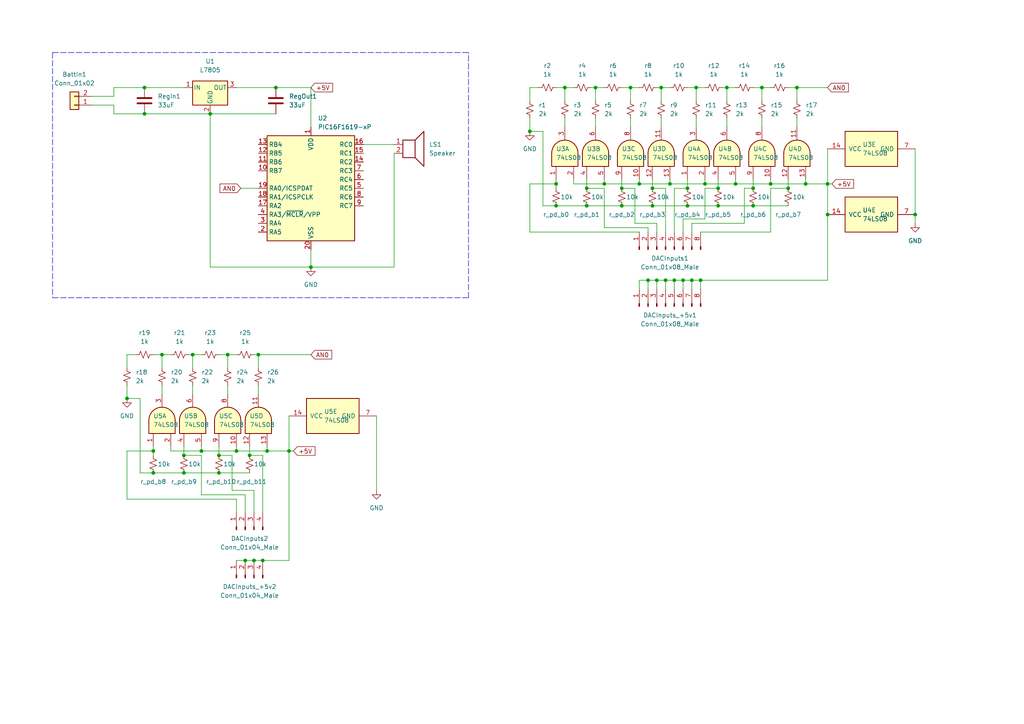
<source format=kicad_sch>
(kicad_sch (version 20211123) (generator eeschema)
  (paper "A4")
  (title_block (date "2022-03-13"))
  (lib_symbols
    (symbol "74xx:74LS08" (pin_names (offset 1.016))
      (property "Reference" "U" (at 0 1.27 0))
      (property "Value" "74LS08" (at 0 -1.27 0))
      (symbol "74LS08_1_1"
        (arc (start 0 -3.81) (mid 3.81 0) (end 0 3.81) (stroke (width 0.254)) (fill (type background)))
        (polyline (pts (xy 0 3.81) (xy -3.81 3.81) (xy -3.81 -3.81) (xy 0 -3.81)) (stroke (width 0.254)) (fill (type background)))
        (pin input line (at -7.62 2.54 0) (length 3.81) (name "~") (number "1"))
        (pin input line (at -7.62 -2.54 0) (length 3.81) (name "~") (number "2"))
        (pin output line (at 7.62 0 180) (length 3.81) (name "~") (number "3"))
      )
      (symbol "74LS08_1_2"
        (arc (start -3.81 -3.81) (mid -2.589 0) (end -3.81 3.81) (stroke (width 0.254)))
        (arc (start -0.6096 -3.81) (mid 2.1855 -2.584) (end 3.81 0) (stroke (width 0.254)) (fill (type background)))
        (polyline (pts (xy -3.81 -3.81) (xy -0.635 -3.81)) (stroke (width 0.254)) (fill (type background)))
        (polyline (pts (xy -3.81 3.81) (xy -0.635 3.81)) (stroke (width 0.254)) (fill (type background)))
        (polyline (pts (xy -0.635 3.81) (xy -3.81 3.81) (xy -3.81 3.81) (xy -3.556 3.4036) (xy -3.0226 2.2606) (xy -2.6924 1.0414) (xy -2.6162 -0.254) (xy -2.7686 -1.4986) (xy -3.175 -2.7178) (xy -3.81 -3.81) (xy -3.81 -3.81) (xy -0.635 -3.81)) (stroke (width -25.4)) (fill (type background)))
        (arc (start 3.81 0) (mid 2.1928 2.5925) (end -0.6096 3.81) (stroke (width 0.254)) (fill (type background)))
        (pin input inverted (at -7.62 2.54 0) (length 4.318) (name "~") (number "1"))
        (pin input inverted (at -7.62 -2.54 0) (length 4.318) (name "~") (number "2"))
        (pin output inverted (at 7.62 0 180) (length 3.81) (name "~") (number "3"))
      )
      (symbol "74LS08_2_1"
        (arc (start 0 -3.81) (mid 3.81 0) (end 0 3.81) (stroke (width 0.254)) (fill (type background)))
        (polyline (pts (xy 0 3.81) (xy -3.81 3.81) (xy -3.81 -3.81) (xy 0 -3.81)) (stroke (width 0.254)) (fill (type background)))
        (pin input line (at -7.62 2.54 0) (length 3.81) (name "~") (number "4"))
        (pin input line (at -7.62 -2.54 0) (length 3.81) (name "~") (number "5"))
        (pin output line (at 7.62 0 180) (length 3.81) (name "~") (number "6"))
      )
      (symbol "74LS08_2_2"
        (arc (start -3.81 -3.81) (mid -2.589 0) (end -3.81 3.81) (stroke (width 0.254)))
        (arc (start -0.6096 -3.81) (mid 2.1855 -2.584) (end 3.81 0) (stroke (width 0.254)) (fill (type background)))
        (polyline (pts (xy -3.81 -3.81) (xy -0.635 -3.81)) (stroke (width 0.254)) (fill (type background)))
        (polyline (pts (xy -3.81 3.81) (xy -0.635 3.81)) (stroke (width 0.254)) (fill (type background)))
        (polyline (pts (xy -0.635 3.81) (xy -3.81 3.81) (xy -3.81 3.81) (xy -3.556 3.4036) (xy -3.0226 2.2606) (xy -2.6924 1.0414) (xy -2.6162 -0.254) (xy -2.7686 -1.4986) (xy -3.175 -2.7178) (xy -3.81 -3.81) (xy -3.81 -3.81) (xy -0.635 -3.81)) (stroke (width -25.4)) (fill (type background)))
        (arc (start 3.81 0) (mid 2.1928 2.5925) (end -0.6096 3.81) (stroke (width 0.254)) (fill (type background)))
        (pin input inverted (at -7.62 2.54 0) (length 4.318) (name "~") (number "4"))
        (pin input inverted (at -7.62 -2.54 0) (length 4.318) (name "~") (number "5"))
        (pin output inverted (at 7.62 0 180) (length 3.81) (name "~") (number "6"))
      )
      (symbol "74LS08_3_1"
        (arc (start 0 -3.81) (mid 3.81 0) (end 0 3.81) (stroke (width 0.254)) (fill (type background)))
        (polyline (pts (xy 0 3.81) (xy -3.81 3.81) (xy -3.81 -3.81) (xy 0 -3.81)) (stroke (width 0.254)) (fill (type background)))
        (pin input line (at -7.62 -2.54 0) (length 3.81) (name "~") (number "10"))
        (pin output line (at 7.62 0 180) (length 3.81) (name "~") (number "8"))
        (pin input line (at -7.62 2.54 0) (length 3.81) (name "~") (number "9"))
      )
      (symbol "74LS08_3_2"
        (arc (start -3.81 -3.81) (mid -2.589 0) (end -3.81 3.81) (stroke (width 0.254)))
        (arc (start -0.6096 -3.81) (mid 2.1855 -2.584) (end 3.81 0) (stroke (width 0.254)) (fill (type background)))
        (polyline (pts (xy -3.81 -3.81) (xy -0.635 -3.81)) (stroke (width 0.254)) (fill (type background)))
        (polyline (pts (xy -3.81 3.81) (xy -0.635 3.81)) (stroke (width 0.254)) (fill (type background)))
        (polyline (pts (xy -0.635 3.81) (xy -3.81 3.81) (xy -3.81 3.81) (xy -3.556 3.4036) (xy -3.0226 2.2606) (xy -2.6924 1.0414) (xy -2.6162 -0.254) (xy -2.7686 -1.4986) (xy -3.175 -2.7178) (xy -3.81 -3.81) (xy -3.81 -3.81) (xy -0.635 -3.81)) (stroke (width -25.4)) (fill (type background)))
        (arc (start 3.81 0) (mid 2.1928 2.5925) (end -0.6096 3.81) (stroke (width 0.254)) (fill (type background)))
        (pin input inverted (at -7.62 -2.54 0) (length 4.318) (name "~") (number "10"))
        (pin output inverted (at 7.62 0 180) (length 3.81) (name "~") (number "8"))
        (pin input inverted (at -7.62 2.54 0) (length 4.318) (name "~") (number "9"))
      )
      (symbol "74LS08_4_1"
        (arc (start 0 -3.81) (mid 3.81 0) (end 0 3.81) (stroke (width 0.254)) (fill (type background)))
        (polyline (pts (xy 0 3.81) (xy -3.81 3.81) (xy -3.81 -3.81) (xy 0 -3.81)) (stroke (width 0.254)) (fill (type background)))
        (pin output line (at 7.62 0 180) (length 3.81) (name "~") (number "11"))
        (pin input line (at -7.62 2.54 0) (length 3.81) (name "~") (number "12"))
        (pin input line (at -7.62 -2.54 0) (length 3.81) (name "~") (number "13"))
      )
      (symbol "74LS08_4_2"
        (arc (start -3.81 -3.81) (mid -2.589 0) (end -3.81 3.81) (stroke (width 0.254)))
        (arc (start -0.6096 -3.81) (mid 2.1855 -2.584) (end 3.81 0) (stroke (width 0.254)) (fill (type background)))
        (polyline (pts (xy -3.81 -3.81) (xy -0.635 -3.81)) (stroke (width 0.254)) (fill (type background)))
        (polyline (pts (xy -3.81 3.81) (xy -0.635 3.81)) (stroke (width 0.254)) (fill (type background)))
        (polyline (pts (xy -0.635 3.81) (xy -3.81 3.81) (xy -3.81 3.81) (xy -3.556 3.4036) (xy -3.0226 2.2606) (xy -2.6924 1.0414) (xy -2.6162 -0.254) (xy -2.7686 -1.4986) (xy -3.175 -2.7178) (xy -3.81 -3.81) (xy -3.81 -3.81) (xy -0.635 -3.81)) (stroke (width -25.4)) (fill (type background)))
        (arc (start 3.81 0) (mid 2.1928 2.5925) (end -0.6096 3.81) (stroke (width 0.254)) (fill (type background)))
        (pin output inverted (at 7.62 0 180) (length 3.81) (name "~") (number "11"))
        (pin input inverted (at -7.62 2.54 0) (length 4.318) (name "~") (number "12"))
        (pin input inverted (at -7.62 -2.54 0) (length 4.318) (name "~") (number "13"))
      )
      (symbol "74LS08_5_0"
        (pin power_in line (at 0 12.7 270) (length 5.08) (name "VCC") (number "14"))
        (pin power_in line (at 0 -12.7 90) (length 5.08) (name "GND") (number "7"))
      )
      (symbol "74LS08_5_1"
        (rectangle (start -5.08 7.62) (end 5.08 -7.62) (stroke (width 0.254)) (fill (type background)))
      )
    )
    (symbol "Connector:Conn_01x04_Male" (pin_names (offset 1.016) hide)
      (property "Reference" "J" (at 0 5.08 0))
      (property "Value" "Conn_01x04_Male" (at 0 -7.62 0))
      (symbol "Conn_01x04_Male_1_1"
        (polyline (pts (xy 1.27 -5.08) (xy 0.8636 -5.08)) (stroke (width 0.1524)))
        (polyline (pts (xy 1.27 -2.54) (xy 0.8636 -2.54)) (stroke (width 0.1524)))
        (polyline (pts (xy 1.27 0) (xy 0.8636 0)) (stroke (width 0.1524)))
        (polyline (pts (xy 1.27 2.54) (xy 0.8636 2.54)) (stroke (width 0.1524)))
        (rectangle (start 0.8636 -4.953) (end 0 -5.207) (stroke (width 0.1524)) (fill (type outline)))
        (rectangle (start 0.8636 -2.413) (end 0 -2.667) (stroke (width 0.1524)) (fill (type outline)))
        (rectangle (start 0.8636 0.127) (end 0 -0.127) (stroke (width 0.1524)) (fill (type outline)))
        (rectangle (start 0.8636 2.667) (end 0 2.413) (stroke (width 0.1524)) (fill (type outline)))
        (pin passive line (at 5.08 2.54 180) (length 3.81) (name "Pin_1") (number "1"))
        (pin passive line (at 5.08 0 180) (length 3.81) (name "Pin_2") (number "2"))
        (pin passive line (at 5.08 -2.54 180) (length 3.81) (name "Pin_3") (number "3"))
        (pin passive line (at 5.08 -5.08 180) (length 3.81) (name "Pin_4") (number "4"))
      )
    )
    (symbol "Connector:Conn_01x08_Male" (pin_names (offset 1.016) hide)
      (property "Reference" "J" (at 0 10.16 0))
      (property "Value" "Conn_01x08_Male" (at 0 -12.7 0))
      (symbol "Conn_01x08_Male_1_1"
        (polyline (pts (xy 1.27 -10.16) (xy 0.8636 -10.16)) (stroke (width 0.1524)))
        (polyline (pts (xy 1.27 -7.62) (xy 0.8636 -7.62)) (stroke (width 0.1524)))
        (polyline (pts (xy 1.27 -5.08) (xy 0.8636 -5.08)) (stroke (width 0.1524)))
        (polyline (pts (xy 1.27 -2.54) (xy 0.8636 -2.54)) (stroke (width 0.1524)))
        (polyline (pts (xy 1.27 0) (xy 0.8636 0)) (stroke (width 0.1524)))
        (polyline (pts (xy 1.27 2.54) (xy 0.8636 2.54)) (stroke (width 0.1524)))
        (polyline (pts (xy 1.27 5.08) (xy 0.8636 5.08)) (stroke (width 0.1524)))
        (polyline (pts (xy 1.27 7.62) (xy 0.8636 7.62)) (stroke (width 0.1524)))
        (rectangle (start 0.8636 -10.033) (end 0 -10.287) (stroke (width 0.1524)) (fill (type outline)))
        (rectangle (start 0.8636 -7.493) (end 0 -7.747) (stroke (width 0.1524)) (fill (type outline)))
        (rectangle (start 0.8636 -4.953) (end 0 -5.207) (stroke (width 0.1524)) (fill (type outline)))
        (rectangle (start 0.8636 -2.413) (end 0 -2.667) (stroke (width 0.1524)) (fill (type outline)))
        (rectangle (start 0.8636 0.127) (end 0 -0.127) (stroke (width 0.1524)) (fill (type outline)))
        (rectangle (start 0.8636 2.667) (end 0 2.413) (stroke (width 0.1524)) (fill (type outline)))
        (rectangle (start 0.8636 5.207) (end 0 4.953) (stroke (width 0.1524)) (fill (type outline)))
        (rectangle (start 0.8636 7.747) (end 0 7.493) (stroke (width 0.1524)) (fill (type outline)))
        (pin passive line (at 5.08 7.62 180) (length 3.81) (name "Pin_1") (number "1"))
        (pin passive line (at 5.08 5.08 180) (length 3.81) (name "Pin_2") (number "2"))
        (pin passive line (at 5.08 2.54 180) (length 3.81) (name "Pin_3") (number "3"))
        (pin passive line (at 5.08 0 180) (length 3.81) (name "Pin_4") (number "4"))
        (pin passive line (at 5.08 -2.54 180) (length 3.81) (name "Pin_5") (number "5"))
        (pin passive line (at 5.08 -5.08 180) (length 3.81) (name "Pin_6") (number "6"))
        (pin passive line (at 5.08 -7.62 180) (length 3.81) (name "Pin_7") (number "7"))
        (pin passive line (at 5.08 -10.16 180) (length 3.81) (name "Pin_8") (number "8"))
      )
    )
    (symbol "Connector_Generic:Conn_01x02" (pin_names (offset 1.016) hide)
      (property "Reference" "J" (at 0 2.54 0))
      (property "Value" "Conn_01x02" (at 0 -5.08 0))
      (symbol "Conn_01x02_1_1"
        (rectangle (start -1.27 -2.413) (end 0 -2.667) (stroke (width 0.1524)))
        (rectangle (start -1.27 0.127) (end 0 -0.127) (stroke (width 0.1524)))
        (rectangle (start -1.27 1.27) (end 1.27 -3.81) (stroke (width 0.254)) (fill (type background)))
        (pin passive line (at -5.08 0 0) (length 3.81) (name "Pin_1") (number "1"))
        (pin passive line (at -5.08 -2.54 0) (length 3.81) (name "Pin_2") (number "2"))
      )
    )
    (symbol "Device:C" (pin_numbers hide) (pin_names (offset 0.254))
      (property "Reference" "C" (at 0.635 2.54 0))
      (property "Value" "C" (at 0.635 -2.54 0))
      (symbol "C_0_1"
        (polyline (pts (xy -2.032 -0.762) (xy 2.032 -0.762)) (stroke (width 0.508)))
        (polyline (pts (xy -2.032 0.762) (xy 2.032 0.762)) (stroke (width 0.508)))
      )
      (symbol "C_1_1"
        (pin passive line (at 0 3.81 270) (length 2.794) (name "~") (number "1"))
        (pin passive line (at 0 -3.81 90) (length 2.794) (name "~") (number "2"))
      )
    )
    (symbol "Device:R_Small_US" (pin_numbers hide) (pin_names (offset 0.254) hide)
      (property "Reference" "R" (at 0.762 0.508 0))
      (property "Value" "R_Small_US" (at 0.762 -1.016 0))
      (symbol "R_Small_US_1_1"
        (polyline (pts (xy 0 0) (xy 1.016 -0.381) (xy 0 -0.762) (xy -1.016 -1.143) (xy 0 -1.524)))
        (polyline (pts (xy 0 1.524) (xy 1.016 1.143) (xy 0 0.762) (xy -1.016 0.381) (xy 0 0)))
        (pin passive line (at 0 2.54 270) (length 1.016) (name "~") (number "1"))
        (pin passive line (at 0 -2.54 90) (length 1.016) (name "~") (number "2"))
      )
    )
    (symbol "Device:Speaker" (pin_names (offset 0) hide)
      (property "Reference" "LS" (at 1.27 5.715 0))
      (property "Value" "Speaker" (at 1.27 3.81 0))
      (symbol "Speaker_0_0"
        (rectangle (start -2.54 1.27) (end 1.016 -3.81) (stroke (width 0.254)))
        (polyline (pts (xy 1.016 1.27) (xy 3.556 3.81) (xy 3.556 -6.35) (xy 1.016 -3.81)) (stroke (width 0.254)))
      )
      (symbol "Speaker_1_1"
        (pin input line (at -5.08 0 0) (length 2.54) (name "1") (number "1"))
        (pin input line (at -5.08 -2.54 0) (length 2.54) (name "2") (number "2"))
      )
    )
    (symbol "MCU_Microchip_PIC16:PIC16F1619-xP"
      (property "Reference" "U" (at 1.27 19.05 0))
      (property "Value" "PIC16F1619-xP" (at 1.27 16.51 0))
      (symbol "PIC16F1619-xP_0_1"
        (rectangle (start -12.7 15.24) (end 12.7 -15.24) (stroke (width 0.254)) (fill (type background)))
      )
      (symbol "PIC16F1619-xP_1_1"
        (pin power_in line (at 0 17.78 270) (length 2.54) (name "VDD") (number "1"))
        (pin bidirectional line (at -15.24 5.08 0) (length 2.54) (name "RB7") (number "10"))
        (pin bidirectional line (at -15.24 7.62 0) (length 2.54) (name "RB6") (number "11"))
        (pin bidirectional line (at -15.24 10.16 0) (length 2.54) (name "RB5") (number "12"))
        (pin bidirectional line (at -15.24 12.7 0) (length 2.54) (name "RB4") (number "13"))
        (pin bidirectional line (at 15.24 7.62 180) (length 2.54) (name "RC2") (number "14"))
        (pin bidirectional line (at 15.24 10.16 180) (length 2.54) (name "RC1") (number "15"))
        (pin bidirectional line (at 15.24 12.7 180) (length 2.54) (name "RC0") (number "16"))
        (pin bidirectional line (at -15.24 -5.08 0) (length 2.54) (name "RA2") (number "17"))
        (pin bidirectional line (at -15.24 -2.54 0) (length 2.54) (name "RA1/ICSPCLK") (number "18"))
        (pin bidirectional line (at -15.24 0 0) (length 2.54) (name "RA0/ICSPDAT") (number "19"))
        (pin bidirectional line (at -15.24 -12.7 0) (length 2.54) (name "RA5") (number "2"))
        (pin power_in line (at 0 -17.78 90) (length 2.54) (name "VSS") (number "20"))
        (pin bidirectional line (at -15.24 -10.16 0) (length 2.54) (name "RA4") (number "3"))
        (pin bidirectional line (at -15.24 -7.62 0) (length 2.54) (name "RA3/~{MCLR}/VPP") (number "4"))
        (pin bidirectional line (at 15.24 0 180) (length 2.54) (name "RC5") (number "5"))
        (pin bidirectional line (at 15.24 2.54 180) (length 2.54) (name "RC4") (number "6"))
        (pin bidirectional line (at 15.24 5.08 180) (length 2.54) (name "RC3") (number "7"))
        (pin bidirectional line (at 15.24 -2.54 180) (length 2.54) (name "RC6") (number "8"))
        (pin bidirectional line (at 15.24 -5.08 180) (length 2.54) (name "RC7") (number "9"))
      )
    )
    (symbol "Regulator_Linear:L7805" (pin_names (offset 0.254))
      (property "Reference" "U" (at -3.81 3.175 0))
      (property "Value" "L7805" (at 0 3.175 0))
      (symbol "L7805_0_1"
        (rectangle (start -5.08 1.905) (end 5.08 -5.08) (stroke (width 0.254)) (fill (type background)))
      )
      (symbol "L7805_1_1"
        (pin power_in line (at -7.62 0 0) (length 2.54) (name "IN") (number "1"))
        (pin power_in line (at 0 -7.62 90) (length 2.54) (name "GND") (number "2"))
        (pin power_out line (at 7.62 0 180) (length 2.54) (name "OUT") (number "3"))
      )
    )
    (symbol "power:GND" (power) (pin_names (offset 0))
      (property "Value" "GND" (at 0 -3.81 0))
      (symbol "GND_0_1"
        (polyline (pts (xy 0 0) (xy 0 -1.27) (xy 1.27 -1.27) (xy 0 -2.54) (xy -1.27 -1.27) (xy 0 -1.27)))
      )
      (symbol "GND_1_1"
        (pin power_in line (at 0 0 270) (length 0) hide (name "GND") (number "1"))
      )
    )
  )
  (junction (at 73.66 162.56))
  (junction (at 90.17 77.47))
  (junction (at 41.91 25.4))
  (junction (at 182.88 25.4))
  (junction (at 240.03 53.34))
  (junction (at 185.42 53.34))
  (junction (at 189.23 59.69))
  (junction (at 58.42 130.81))
  (junction (at 63.5 137.16))
  (junction (at 218.44 54.61))
  (junction (at 172.72 25.4))
  (junction (at 72.39 132.08))
  (junction (at 194.31 53.34))
  (junction (at 208.28 59.69))
  (junction (at 201.93 25.4))
  (junction (at 46.99 102.87))
  (junction (at 228.6 54.61))
  (junction (at 170.18 59.69))
  (junction (at 204.47 53.34))
  (junction (at 44.45 130.81))
  (junction (at 189.23 54.61))
  (junction (at 180.34 59.69))
  (junction (at 55.88 102.87))
  (junction (at 200.66 81.28))
  (junction (at 203.2 81.28))
  (junction (at 41.91 33.02))
  (junction (at 76.2 162.56))
  (junction (at 170.18 54.61))
  (junction (at 233.68 53.34))
  (junction (at 198.12 81.28))
  (junction (at 83.82 130.81))
  (junction (at 199.39 59.69))
  (junction (at 199.39 54.61))
  (junction (at 36.83 115.57))
  (junction (at 195.58 81.28))
  (junction (at 220.98 25.4))
  (junction (at 265.43 62.23))
  (junction (at 218.44 59.69))
  (junction (at 77.47 130.81))
  (junction (at 153.67 38.1))
  (junction (at 161.29 59.69))
  (junction (at 240.03 62.23))
  (junction (at 44.45 137.16))
  (junction (at 191.77 25.4))
  (junction (at 60.96 33.02))
  (junction (at 68.58 130.81))
  (junction (at 180.34 54.61))
  (junction (at 213.36 53.34))
  (junction (at 223.52 53.34))
  (junction (at 208.28 54.61))
  (junction (at 80.01 25.4))
  (junction (at 190.5 81.28))
  (junction (at 187.96 81.28))
  (junction (at 193.04 81.28))
  (junction (at 71.12 162.56))
  (junction (at 175.26 53.34))
  (junction (at 231.14 25.4))
  (junction (at 53.34 137.16))
  (junction (at 74.93 102.87))
  (junction (at 161.29 53.34))
  (junction (at 53.34 132.08))
  (junction (at 163.83 25.4))
  (junction (at 63.5 132.08))
  (junction (at 210.82 25.4))
  (junction (at 66.04 102.87))
  (wire (pts (xy 156.21 25.4) (xy 153.67 25.4)))
  (wire (pts (xy 90.17 25.4) (xy 80.01 25.4)))
  (wire (pts (xy 163.83 34.29) (xy 163.83 36.83)))
  (wire (pts (xy 194.31 53.34) (xy 204.47 53.34)))
  (wire (pts (xy 193.04 81.28) (xy 195.58 81.28)))
  (wire (pts (xy 175.26 66.04) (xy 175.26 54.61)))
  (wire (pts (xy 153.67 67.31) (xy 185.42 67.31)))
  (wire (pts (xy 41.91 33.02) (xy 60.96 33.02)))
  (wire (pts (xy 161.29 25.4) (xy 163.83 25.4)))
  (wire (pts (xy 26.67 27.94) (xy 33.02 27.94)))
  (wire (pts (xy 215.9 54.61) (xy 215.9 64.77)))
  (wire (pts (xy 240.03 53.34) (xy 240.03 62.23)))
  (wire (pts (xy 187.96 66.04) (xy 175.26 66.04)))
  (wire (pts (xy 44.45 102.87) (xy 46.99 102.87)))
  (wire (pts (xy 191.77 25.4) (xy 191.77 29.21)))
  (wire (pts (xy 60.96 77.47) (xy 90.17 77.47)))
  (wire (pts (xy 231.14 34.29) (xy 231.14 36.83)))
  (wire (pts (xy 190.5 64.77) (xy 184.15 64.77)))
  (wire (pts (xy 175.26 53.34) (xy 185.42 53.34)))
  (wire (pts (xy 33.02 25.4) (xy 33.02 27.94)))
  (wire (pts (xy 85.09 130.81) (xy 83.82 130.81)))
  (wire (pts (xy 68.58 25.4) (xy 80.01 25.4)))
  (wire (pts (xy 40.64 115.57) (xy 36.83 115.57)))
  (wire (pts (xy 200.66 64.77) (xy 215.9 64.77)))
  (wire (pts (xy 204.47 52.07) (xy 204.47 53.34)))
  (wire (pts (xy 223.52 67.31) (xy 223.52 54.61)))
  (wire (pts (xy 66.04 111.76) (xy 66.04 114.3)))
  (wire (pts (xy 153.67 34.29) (xy 153.67 38.1)))
  (wire (pts (xy 49.53 130.81) (xy 58.42 130.81)))
  (wire (pts (xy 39.37 102.87) (xy 36.83 102.87)))
  (wire (pts (xy 265.43 62.23) (xy 265.43 64.77)))
  (wire (pts (xy 77.47 129.54) (xy 77.47 130.81)))
  (wire (pts (xy 44.45 137.16) (xy 53.34 137.16)))
  (wire (pts (xy 189.23 59.69) (xy 199.39 59.69)))
  (wire (pts (xy 187.96 81.28) (xy 187.96 83.82)))
  (wire (pts (xy 33.02 30.48) (xy 33.02 33.02)))
  (wire (pts (xy 44.45 130.81) (xy 36.83 130.81)))
  (wire (pts (xy 213.36 53.34) (xy 223.52 53.34)))
  (wire (pts (xy 114.3 77.47) (xy 90.17 77.47)))
  (wire (pts (xy 161.29 53.34) (xy 161.29 54.61)))
  (wire (pts (xy 46.99 111.76) (xy 46.99 114.3)))
  (wire (pts (xy 36.83 102.87) (xy 36.83 106.68)))
  (wire (pts (xy 190.5 67.31) (xy 190.5 64.77)))
  (wire (pts (xy 157.48 38.1) (xy 153.67 38.1)))
  (wire (pts (xy 72.39 129.54) (xy 72.39 132.08)))
  (wire (pts (xy 200.66 81.28) (xy 203.2 81.28)))
  (wire (pts (xy 49.53 129.54) (xy 49.53 130.81)))
  (wire (pts (xy 73.66 142.24) (xy 73.66 148.59)))
  (wire (pts (xy 180.34 52.07) (xy 180.34 54.61)))
  (wire (pts (xy 182.88 25.4) (xy 182.88 29.21)))
  (wire (pts (xy 210.82 34.29) (xy 210.82 36.83)))
  (wire (pts (xy 223.52 53.34) (xy 233.68 53.34)))
  (wire (pts (xy 71.12 143.51) (xy 58.42 143.51)))
  (wire (pts (xy 44.45 129.54) (xy 44.45 130.81)))
  (wire (pts (xy 203.2 81.28) (xy 203.2 83.82)))
  (wire (pts (xy 231.14 25.4) (xy 240.03 25.4)))
  (polyline (pts (xy 15.24 86.36) (xy 135.89 86.36)))
  (wire (pts (xy 189.23 52.07) (xy 189.23 54.61)))
  (wire (pts (xy 193.04 81.28) (xy 193.04 83.82)))
  (wire (pts (xy 218.44 52.07) (xy 218.44 54.61)))
  (wire (pts (xy 199.39 52.07) (xy 199.39 54.61)))
  (wire (pts (xy 66.04 102.87) (xy 68.58 102.87)))
  (wire (pts (xy 163.83 25.4) (xy 166.37 25.4)))
  (wire (pts (xy 175.26 52.07) (xy 175.26 53.34)))
  (wire (pts (xy 66.04 102.87) (xy 66.04 106.68)))
  (wire (pts (xy 213.36 52.07) (xy 213.36 53.34)))
  (wire (pts (xy 170.18 52.07) (xy 170.18 54.61)))
  (wire (pts (xy 90.17 102.87) (xy 74.93 102.87)))
  (wire (pts (xy 175.26 54.61) (xy 170.18 54.61)))
  (wire (pts (xy 71.12 143.51) (xy 71.12 148.59)))
  (wire (pts (xy 73.66 102.87) (xy 74.93 102.87)))
  (polyline (pts (xy 15.24 15.24) (xy 15.24 86.36)))
  (wire (pts (xy 71.12 162.56) (xy 73.66 162.56)))
  (wire (pts (xy 198.12 67.31) (xy 198.12 63.5)))
  (wire (pts (xy 36.83 111.76) (xy 36.83 115.57)))
  (wire (pts (xy 60.96 33.02) (xy 80.01 33.02)))
  (wire (pts (xy 77.47 130.81) (xy 83.82 130.81)))
  (wire (pts (xy 198.12 63.5) (xy 204.47 63.5)))
  (wire (pts (xy 193.04 54.61) (xy 189.23 54.61)))
  (wire (pts (xy 83.82 120.65) (xy 83.82 130.81)))
  (wire (pts (xy 161.29 59.69) (xy 157.48 59.69)))
  (wire (pts (xy 55.88 102.87) (xy 58.42 102.87)))
  (wire (pts (xy 185.42 83.82) (xy 185.42 81.28)))
  (wire (pts (xy 153.67 25.4) (xy 153.67 29.21)))
  (wire (pts (xy 67.31 142.24) (xy 67.31 132.08)))
  (wire (pts (xy 182.88 25.4) (xy 185.42 25.4)))
  (wire (pts (xy 184.15 64.77) (xy 184.15 54.61)))
  (wire (pts (xy 36.83 130.81) (xy 36.83 144.78)))
  (wire (pts (xy 241.3 53.34) (xy 240.03 53.34)))
  (wire (pts (xy 223.52 52.07) (xy 223.52 53.34)))
  (wire (pts (xy 171.45 25.4) (xy 172.72 25.4)))
  (wire (pts (xy 33.02 33.02) (xy 41.91 33.02)))
  (wire (pts (xy 172.72 25.4) (xy 172.72 29.21)))
  (wire (pts (xy 233.68 53.34) (xy 233.68 52.07)))
  (wire (pts (xy 58.42 132.08) (xy 53.34 132.08)))
  (wire (pts (xy 220.98 25.4) (xy 220.98 29.21)))
  (wire (pts (xy 76.2 132.08) (xy 76.2 148.59)))
  (wire (pts (xy 55.88 102.87) (xy 55.88 106.68)))
  (wire (pts (xy 215.9 54.61) (xy 218.44 54.61)))
  (wire (pts (xy 63.5 129.54) (xy 63.5 132.08)))
  (wire (pts (xy 54.61 102.87) (xy 55.88 102.87)))
  (wire (pts (xy 209.55 25.4) (xy 210.82 25.4)))
  (wire (pts (xy 170.18 59.69) (xy 180.34 59.69)))
  (wire (pts (xy 195.58 67.31) (xy 195.58 54.61)))
  (wire (pts (xy 172.72 25.4) (xy 175.26 25.4)))
  (wire (pts (xy 203.2 81.28) (xy 240.03 81.28)))
  (wire (pts (xy 105.41 41.91) (xy 114.3 41.91)))
  (wire (pts (xy 223.52 54.61) (xy 228.6 54.61)))
  (wire (pts (xy 83.82 162.56) (xy 76.2 162.56)))
  (wire (pts (xy 74.93 111.76) (xy 74.93 114.3)))
  (wire (pts (xy 198.12 81.28) (xy 198.12 83.82)))
  (wire (pts (xy 218.44 59.69) (xy 228.6 59.69)))
  (wire (pts (xy 200.66 81.28) (xy 200.66 83.82)))
  (wire (pts (xy 191.77 34.29) (xy 191.77 36.83)))
  (wire (pts (xy 199.39 25.4) (xy 201.93 25.4)))
  (wire (pts (xy 69.85 54.61) (xy 74.93 54.61)))
  (wire (pts (xy 201.93 34.29) (xy 201.93 36.83)))
  (wire (pts (xy 200.66 67.31) (xy 200.66 64.77)))
  (wire (pts (xy 185.42 81.28) (xy 187.96 81.28)))
  (wire (pts (xy 55.88 111.76) (xy 55.88 114.3)))
  (wire (pts (xy 46.99 102.87) (xy 49.53 102.87)))
  (wire (pts (xy 190.5 25.4) (xy 191.77 25.4)))
  (wire (pts (xy 185.42 53.34) (xy 194.31 53.34)))
  (wire (pts (xy 191.77 25.4) (xy 194.31 25.4)))
  (wire (pts (xy 210.82 25.4) (xy 213.36 25.4)))
  (wire (pts (xy 190.5 81.28) (xy 190.5 83.82)))
  (wire (pts (xy 210.82 25.4) (xy 210.82 29.21)))
  (wire (pts (xy 208.28 59.69) (xy 218.44 59.69)))
  (wire (pts (xy 187.96 67.31) (xy 187.96 66.04)))
  (wire (pts (xy 33.02 25.4) (xy 41.91 25.4)))
  (wire (pts (xy 67.31 132.08) (xy 63.5 132.08)))
  (wire (pts (xy 201.93 25.4) (xy 201.93 29.21)))
  (wire (pts (xy 220.98 25.4) (xy 223.52 25.4)))
  (wire (pts (xy 163.83 25.4) (xy 163.83 29.21)))
  (wire (pts (xy 204.47 54.61) (xy 208.28 54.61)))
  (wire (pts (xy 58.42 129.54) (xy 58.42 130.81)))
  (wire (pts (xy 180.34 25.4) (xy 182.88 25.4)))
  (wire (pts (xy 240.03 53.34) (xy 233.68 53.34)))
  (wire (pts (xy 184.15 54.61) (xy 180.34 54.61)))
  (wire (pts (xy 265.43 43.18) (xy 265.43 62.23)))
  (wire (pts (xy 218.44 25.4) (xy 220.98 25.4)))
  (wire (pts (xy 63.5 137.16) (xy 72.39 137.16)))
  (wire (pts (xy 109.22 120.65) (xy 109.22 142.24)))
  (wire (pts (xy 231.14 25.4) (xy 231.14 29.21)))
  (wire (pts (xy 60.96 33.02) (xy 60.96 77.47)))
  (wire (pts (xy 40.64 137.16) (xy 40.64 115.57)))
  (wire (pts (xy 195.58 81.28) (xy 198.12 81.28)))
  (wire (pts (xy 68.58 144.78) (xy 68.58 148.59)))
  (wire (pts (xy 228.6 25.4) (xy 231.14 25.4)))
  (wire (pts (xy 204.47 63.5) (xy 204.47 54.61)))
  (wire (pts (xy 228.6 52.07) (xy 228.6 54.61)))
  (wire (pts (xy 41.91 25.4) (xy 53.34 25.4)))
  (wire (pts (xy 73.66 162.56) (xy 76.2 162.56)))
  (wire (pts (xy 58.42 143.51) (xy 58.42 132.08)))
  (wire (pts (xy 198.12 81.28) (xy 200.66 81.28)))
  (wire (pts (xy 76.2 132.08) (xy 72.39 132.08)))
  (wire (pts (xy 157.48 59.69) (xy 157.48 38.1)))
  (wire (pts (xy 220.98 34.29) (xy 220.98 36.83)))
  (wire (pts (xy 36.83 144.78) (xy 68.58 144.78)))
  (wire (pts (xy 58.42 130.81) (xy 68.58 130.81)))
  (wire (pts (xy 114.3 44.45) (xy 114.3 77.47)))
  (wire (pts (xy 53.34 129.54) (xy 53.34 132.08)))
  (wire (pts (xy 203.2 67.31) (xy 223.52 67.31)))
  (wire (pts (xy 161.29 53.34) (xy 153.67 53.34)))
  (wire (pts (xy 153.67 53.34) (xy 153.67 67.31)))
  (wire (pts (xy 44.45 130.81) (xy 44.45 132.08)))
  (wire (pts (xy 190.5 81.28) (xy 193.04 81.28)))
  (wire (pts (xy 187.96 81.28) (xy 190.5 81.28)))
  (wire (pts (xy 46.99 102.87) (xy 46.99 106.68)))
  (wire (pts (xy 195.58 54.61) (xy 199.39 54.61)))
  (wire (pts (xy 90.17 36.83) (xy 90.17 25.4)))
  (wire (pts (xy 204.47 53.34) (xy 213.36 53.34)))
  (wire (pts (xy 166.37 52.07) (xy 166.37 53.34)))
  (wire (pts (xy 73.66 142.24) (xy 67.31 142.24)))
  (wire (pts (xy 172.72 34.29) (xy 172.72 36.83)))
  (polyline (pts (xy 135.89 86.36) (xy 135.89 15.24)))
  (wire (pts (xy 194.31 52.07) (xy 194.31 53.34)))
  (wire (pts (xy 240.03 43.18) (xy 240.03 53.34)))
  (wire (pts (xy 68.58 130.81) (xy 77.47 130.81)))
  (wire (pts (xy 182.88 34.29) (xy 182.88 36.83)))
  (wire (pts (xy 161.29 59.69) (xy 170.18 59.69)))
  (wire (pts (xy 68.58 162.56) (xy 71.12 162.56)))
  (wire (pts (xy 90.17 72.39) (xy 90.17 77.47)))
  (polyline (pts (xy 15.24 15.24) (xy 135.89 15.24)))
  (wire (pts (xy 240.03 81.28) (xy 240.03 62.23)))
  (wire (pts (xy 185.42 52.07) (xy 185.42 53.34)))
  (wire (pts (xy 26.67 30.48) (xy 33.02 30.48)))
  (wire (pts (xy 193.04 67.31) (xy 193.04 54.61)))
  (wire (pts (xy 161.29 52.07) (xy 161.29 53.34)))
  (wire (pts (xy 44.45 137.16) (xy 40.64 137.16)))
  (wire (pts (xy 180.34 59.69) (xy 189.23 59.69)))
  (wire (pts (xy 53.34 137.16) (xy 63.5 137.16)))
  (wire (pts (xy 166.37 53.34) (xy 175.26 53.34)))
  (wire (pts (xy 195.58 81.28) (xy 195.58 83.82)))
  (wire (pts (xy 199.39 59.69) (xy 208.28 59.69)))
  (wire (pts (xy 208.28 52.07) (xy 208.28 54.61)))
  (wire (pts (xy 201.93 25.4) (xy 204.47 25.4)))
  (wire (pts (xy 74.93 102.87) (xy 74.93 106.68)))
  (wire (pts (xy 63.5 102.87) (xy 66.04 102.87)))
  (wire (pts (xy 68.58 129.54) (xy 68.58 130.81)))
  (wire (pts (xy 83.82 130.81) (xy 83.82 162.56)))
  (global_label "+5V" (shape input) (at 241.3 53.34 0) (property "Intersheet References" "${INTERSHEET_REFS}" (effects hide)))
  (global_label "AN0" (shape input) (at 69.85 54.61 180) (property "Intersheet References" "${INTERSHEET_REFS}" (effects hide)))
  (global_label "+5V" (shape input) (at 85.09 130.81 0) (property "Intersheet References" "${INTERSHEET_REFS}" (effects hide)))
  (global_label "AN0" (shape input) (at 90.17 102.87 0) (property "Intersheet References" "${INTERSHEET_REFS}" (effects hide)))
  (global_label "AN0" (shape input) (at 240.03 25.4 0) (property "Intersheet References" "${INTERSHEET_REFS}" (effects hide)))
  (global_label "+5V" (shape input) (at 90.17 25.4 0) (property "Intersheet References" "${INTERSHEET_REFS}" (effects hide)))
  (symbol (lib_id "Device:R_Small_US") (at 36.83 109.22 0) (unit 1)
    (property "Reference" "r18" (at 39.37 107.9499 0) (effects (justify left)))
    (property "Value" "2k" (at 39.37 110.4899 0) (effects (justify left)))
    (property "Footprint" "Resistor_THT:R_Axial_DIN0204_L3.6mm_D1.6mm_P2.54mm_Vertical" (effects hide))
  )
  (symbol (lib_id "power:GND") (at 265.43 64.77 0) (unit 1)
    (property "Reference" "#PWR0103" (effects hide))
    (property "Value" "GND" (at 265.43 69.85 0))
  )
  (symbol (lib_id "Device:R_Small_US") (at 187.96 25.4 90) (unit 1)
    (property "Reference" "r8" (at 187.96 19.05 90))
    (property "Value" "1k" (at 187.96 21.59 90))
    (property "Footprint" "Resistor_THT:R_Axial_DIN0204_L3.6mm_D1.6mm_P2.54mm_Vertical" (effects hide))
  )
  (symbol (lib_id "MCU_Microchip_PIC16:PIC16F1619-xP") (at 90.17 54.61 0) (unit 1)
    (property "Reference" "U2" (at 92.1894 34.29 0) (effects (justify left)))
    (property "Value" "PIC16F1619-xP" (at 92.1894 36.83 0) (effects (justify left)))
    (property "Footprint" "Package_DIP:DIP-18_W7.62mm_Socket" (effects hide))
    (property "Datasheet" "http://ww1.microchip.com/downloads/en/DeviceDoc/40001770D.pdf" (effects hide))
  )
  (symbol (lib_id "power:GND") (at 109.22 142.24 0) (unit 1)
    (property "Reference" "#PWR02" (effects hide))
    (property "Value" "GND" (at 109.22 147.32 0))
  )
  (symbol (lib_id "Connector:Conn_01x04_Male") (at 71.12 153.67 90) (unit 1)
    (property "Reference" "DACInputs2" (at 72.39 156.21 90))
    (property "Value" "Conn_01x04_Male" (at 72.39 158.75 90))
    (property "Footprint" "Connector_PinHeader_2.54mm:PinHeader_1x04_P2.54mm_Vertical" (effects hide))
  )
  (symbol (lib_id "74xx:74LS08") (at 66.04 121.92 90) (unit 3)
    (property "Reference" "U5" (at 63.5 120.65 90) (effects (justify right)))
    (property "Value" "74LS08" (at 63.5 123.19 90) (effects (justify right)))
    (property "Footprint" "Package_DIP:DIP-14_W7.62mm_Socket" (effects hide))
    (property "Datasheet" "http://www.ti.com/lit/gpn/sn74LS08" (effects hide))
  )
  (symbol (lib_id "Device:R_Small_US") (at 231.14 31.75 0) (unit 1)
    (property "Reference" "r17" (at 233.68 30.4799 0) (effects (justify left)))
    (property "Value" "2k" (at 233.68 33.0199 0) (effects (justify left)))
    (property "Footprint" "Resistor_THT:R_Axial_DIN0204_L3.6mm_D1.6mm_P2.54mm_Vertical" (effects hide))
  )
  (symbol (lib_id "Device:R_Small_US") (at 189.23 57.15 0) (unit 1)
    (property "Reference" "r_pd_b3" (at 185.42 62.23 0) (effects (justify left)))
    (property "Value" "10k" (at 190.5 57.15 0) (effects (justify left)))
    (property "Footprint" "Resistor_THT:R_Axial_DIN0204_L3.6mm_D1.6mm_P2.54mm_Vertical" (effects hide))
  )
  (symbol (lib_id "74xx:74LS08") (at 55.88 121.92 90) (unit 2)
    (property "Reference" "U5" (at 53.34 120.65 90) (effects (justify right)))
    (property "Value" "74LS08" (at 53.34 123.19 90) (effects (justify right)))
    (property "Footprint" "Package_DIP:DIP-14_W7.62mm_Socket" (effects hide))
    (property "Datasheet" "http://www.ti.com/lit/gpn/sn74LS08" (effects hide))
  )
  (symbol (lib_id "power:GND") (at 36.83 115.57 0) (unit 1)
    (property "Reference" "#PWR01" (effects hide))
    (property "Value" "GND" (at 36.83 120.65 0))
  )
  (symbol (lib_id "74xx:74LS08") (at 74.93 121.92 90) (unit 4)
    (property "Reference" "U5" (at 72.39 120.65 90) (effects (justify right)))
    (property "Value" "74LS08" (at 72.39 123.19 90) (effects (justify right)))
    (property "Footprint" "Package_DIP:DIP-14_W7.62mm_Socket" (effects hide))
    (property "Datasheet" "http://www.ti.com/lit/gpn/sn74LS08" (effects hide))
  )
  (symbol (lib_id "Device:C") (at 41.91 29.21 0) (unit 1)
    (property "Reference" "RegIn1" (at 45.72 27.9399 0) (effects (justify left)))
    (property "Value" "33uF" (at 45.72 30.4799 0) (effects (justify left)))
    (property "Footprint" "Capacitor_THT:CP_Radial_D8.0mm_P5.00mm" (effects hide))
  )
  (symbol (lib_id "Device:R_Small_US") (at 168.91 25.4 90) (unit 1)
    (property "Reference" "r4" (at 168.91 19.05 90))
    (property "Value" "1k" (at 168.91 21.59 90))
    (property "Footprint" "Resistor_THT:R_Axial_DIN0204_L3.6mm_D1.6mm_P2.54mm_Vertical" (effects hide))
  )
  (symbol (lib_id "Device:R_Small_US") (at 60.96 102.87 90) (unit 1)
    (property "Reference" "r23" (at 60.96 96.52 90))
    (property "Value" "1k" (at 60.96 99.06 90))
    (property "Footprint" "Resistor_THT:R_Axial_DIN0204_L3.6mm_D1.6mm_P2.54mm_Vertical" (effects hide))
  )
  (symbol (lib_id "74xx:74LS08") (at 172.72 44.45 90) (unit 2)
    (property "Reference" "U3" (at 170.18 43.18 90) (effects (justify right)))
    (property "Value" "74LS08" (at 170.18 45.72 90) (effects (justify right)))
    (property "Footprint" "Package_DIP:DIP-14_W7.62mm_Socket" (effects hide))
    (property "Datasheet" "http://www.ti.com/lit/gpn/sn74LS08" (effects hide))
  )
  (symbol (lib_id "Device:R_Small_US") (at 163.83 31.75 0) (unit 1)
    (property "Reference" "r3" (at 166.37 30.4799 0) (effects (justify left)))
    (property "Value" "2k" (at 166.37 33.0199 0) (effects (justify left)))
    (property "Footprint" "Resistor_THT:R_Axial_DIN0204_L3.6mm_D1.6mm_P2.54mm_Vertical" (effects hide))
  )
  (symbol (lib_id "74xx:74LS08") (at 210.82 44.45 90) (unit 2)
    (property "Reference" "U4" (at 208.28 43.18 90) (effects (justify right)))
    (property "Value" "74LS08" (at 208.28 45.72 90) (effects (justify right)))
    (property "Footprint" "Package_DIP:DIP-14_W7.62mm_Socket" (effects hide))
    (property "Datasheet" "http://www.ti.com/lit/gpn/sn74LS08" (effects hide))
  )
  (symbol (lib_id "Connector:Conn_01x08_Male") (at 193.04 72.39 90) (unit 1)
    (property "Reference" "DACInputs1" (at 194.31 74.93 90))
    (property "Value" "Conn_01x08_Male" (at 194.31 77.47 90))
    (property "Footprint" "Connector_PinHeader_2.54mm:PinHeader_1x08_P2.54mm_Vertical" (effects hide))
  )
  (symbol (lib_id "Device:R_Small_US") (at 215.9 25.4 90) (unit 1)
    (property "Reference" "r14" (at 215.9 19.05 90))
    (property "Value" "1k" (at 215.9 21.59 90))
    (property "Footprint" "Resistor_THT:R_Axial_DIN0204_L3.6mm_D1.6mm_P2.54mm_Vertical" (effects hide))
  )
  (symbol (lib_id "Device:Speaker") (at 119.38 41.91 0) (unit 1)
    (property "Reference" "LS1" (at 124.46 41.9099 0) (effects (justify left)))
    (property "Value" "Speaker" (at 124.46 44.4499 0) (effects (justify left)))
    (property "Footprint" "Capacitor_THT:CP_Axial_L10.0mm_D6.0mm_P15.00mm_Horizontal" (effects hide))
  )
  (symbol (lib_id "Device:R_Small_US") (at 218.44 57.15 0) (unit 1)
    (property "Reference" "r_pd_b6" (at 214.63 62.23 0) (effects (justify left)))
    (property "Value" "10k" (at 219.71 57.15 0) (effects (justify left)))
    (property "Footprint" "Resistor_THT:R_Axial_DIN0204_L3.6mm_D1.6mm_P2.54mm_Vertical" (effects hide))
  )
  (symbol (lib_id "Device:R_Small_US") (at 53.34 134.62 0) (unit 1)
    (property "Reference" "r_pd_b9" (at 49.53 139.7 0) (effects (justify left)))
    (property "Value" "10k" (at 54.61 134.62 0) (effects (justify left)))
    (property "Footprint" "Resistor_THT:R_Axial_DIN0204_L3.6mm_D1.6mm_P2.54mm_Vertical" (effects hide))
  )
  (symbol (lib_id "Device:R_Small_US") (at 71.12 102.87 90) (unit 1)
    (property "Reference" "r25" (at 71.12 96.52 90))
    (property "Value" "1k" (at 71.12 99.06 90))
    (property "Footprint" "Resistor_THT:R_Axial_DIN0204_L3.6mm_D1.6mm_P2.54mm_Vertical" (effects hide))
  )
  (symbol (lib_id "Device:R_Small_US") (at 207.01 25.4 90) (unit 1)
    (property "Reference" "r12" (at 207.01 19.05 90))
    (property "Value" "1k" (at 207.01 21.59 90))
    (property "Footprint" "Resistor_THT:R_Axial_DIN0204_L3.6mm_D1.6mm_P2.54mm_Vertical" (effects hide))
  )
  (symbol (lib_id "74xx:74LS08") (at 220.98 44.45 90) (unit 3)
    (property "Reference" "U4" (at 218.44 43.18 90) (effects (justify right)))
    (property "Value" "74LS08" (at 218.44 45.72 90) (effects (justify right)))
    (property "Footprint" "Package_DIP:DIP-14_W7.62mm_Socket" (effects hide))
    (property "Datasheet" "http://www.ti.com/lit/gpn/sn74LS08" (effects hide))
  )
  (symbol (lib_id "Device:R_Small_US") (at 63.5 134.62 0) (unit 1)
    (property "Reference" "r_pd_b10" (at 59.69 139.7 0) (effects (justify left)))
    (property "Value" "10k" (at 64.77 134.62 0) (effects (justify left)))
    (property "Footprint" "Resistor_THT:R_Axial_DIN0204_L3.6mm_D1.6mm_P2.54mm_Vertical" (effects hide))
  )
  (symbol (lib_id "Device:R_Small_US") (at 46.99 109.22 0) (unit 1)
    (property "Reference" "r20" (at 49.53 107.9499 0) (effects (justify left)))
    (property "Value" "2k" (at 49.53 110.4899 0) (effects (justify left)))
    (property "Footprint" "Resistor_THT:R_Axial_DIN0204_L3.6mm_D1.6mm_P2.54mm_Vertical" (effects hide))
  )
  (symbol (lib_id "Device:R_Small_US") (at 153.67 31.75 0) (unit 1)
    (property "Reference" "r1" (at 156.21 30.4799 0) (effects (justify left)))
    (property "Value" "2k" (at 156.21 33.0199 0) (effects (justify left)))
    (property "Footprint" "Resistor_THT:R_Axial_DIN0204_L3.6mm_D1.6mm_P2.54mm_Vertical" (effects hide))
  )
  (symbol (lib_id "Device:R_Small_US") (at 41.91 102.87 90) (unit 1)
    (property "Reference" "r19" (at 41.91 96.52 90))
    (property "Value" "1k" (at 41.91 99.06 90))
    (property "Footprint" "Resistor_THT:R_Axial_DIN0204_L3.6mm_D1.6mm_P2.54mm_Vertical" (effects hide))
  )
  (symbol (lib_id "Device:R_Small_US") (at 72.39 134.62 0) (unit 1)
    (property "Reference" "r_pd_b11" (at 68.58 139.7 0) (effects (justify left)))
    (property "Value" "10k" (at 73.66 134.62 0) (effects (justify left)))
    (property "Footprint" "Resistor_THT:R_Axial_DIN0204_L3.6mm_D1.6mm_P2.54mm_Vertical" (effects hide))
  )
  (symbol (lib_id "Device:R_Small_US") (at 226.06 25.4 90) (unit 1)
    (property "Reference" "r16" (at 226.06 19.05 90))
    (property "Value" "1k" (at 226.06 21.59 90))
    (property "Footprint" "Resistor_THT:R_Axial_DIN0204_L3.6mm_D1.6mm_P2.54mm_Vertical" (effects hide))
  )
  (symbol (lib_id "power:GND") (at 153.67 38.1 0) (unit 1)
    (property "Reference" "#PWR0102" (effects hide))
    (property "Value" "GND" (at 153.67 43.18 0))
  )
  (symbol (lib_id "Device:R_Small_US") (at 161.29 57.15 0) (unit 1)
    (property "Reference" "r_pd_b0" (at 157.48 62.23 0) (effects (justify left)))
    (property "Value" "10k" (at 162.56 57.15 0) (effects (justify left)))
    (property "Footprint" "Resistor_THT:R_Axial_DIN0204_L3.6mm_D1.6mm_P2.54mm_Vertical" (effects hide))
  )
  (symbol (lib_id "74xx:74LS08") (at 201.93 44.45 90) (unit 1)
    (property "Reference" "U4" (at 199.39 43.18 90) (effects (justify right)))
    (property "Value" "74LS08" (at 199.39 45.72 90) (effects (justify right)))
    (property "Footprint" "Package_DIP:DIP-14_W7.62mm_Socket" (effects hide))
    (property "Datasheet" "http://www.ti.com/lit/gpn/sn74LS08" (effects hide))
  )
  (symbol (lib_id "Device:R_Small_US") (at 210.82 31.75 0) (unit 1)
    (property "Reference" "r13" (at 213.36 30.4799 0) (effects (justify left)))
    (property "Value" "2k" (at 213.36 33.0199 0) (effects (justify left)))
    (property "Footprint" "Resistor_THT:R_Axial_DIN0204_L3.6mm_D1.6mm_P2.54mm_Vertical" (effects hide))
  )
  (symbol (lib_id "Connector:Conn_01x08_Male") (at 193.04 88.9 90) (unit 1)
    (property "Reference" "DACInputs_+5v1" (at 194.31 91.44 90))
    (property "Value" "Conn_01x08_Male" (at 194.31 93.98 90))
    (property "Footprint" "Connector_PinHeader_2.54mm:PinHeader_1x08_P2.54mm_Vertical" (effects hide))
  )
  (symbol (lib_id "Connector_Generic:Conn_01x02") (at 21.59 30.48 180) (unit 1)
    (property "Reference" "BattIn1" (at 21.59 21.59 0))
    (property "Value" "Conn_01x02" (at 21.59 24.13 0))
    (property "Footprint" "Connector_JST:JST_EH_S2B-EH_1x02_P2.50mm_Horizontal" (effects hide))
  )
  (symbol (lib_id "74xx:74LS08") (at 96.52 120.65 90) (unit 5)
    (property "Reference" "U5" (at 93.98 119.38 90) (effects (justify right)))
    (property "Value" "74LS08" (at 93.98 121.92 90) (effects (justify right)))
    (property "Footprint" "Package_DIP:DIP-14_W7.62mm_Socket" (effects hide))
    (property "Datasheet" "http://www.ti.com/lit/gpn/sn74LS08" (effects hide))
  )
  (symbol (lib_id "Device:R_Small_US") (at 177.8 25.4 90) (unit 1)
    (property "Reference" "r6" (at 177.8 19.05 90))
    (property "Value" "1k" (at 177.8 21.59 90))
    (property "Footprint" "Resistor_THT:R_Axial_DIN0204_L3.6mm_D1.6mm_P2.54mm_Vertical" (effects hide))
  )
  (symbol (lib_id "Device:R_Small_US") (at 220.98 31.75 0) (unit 1)
    (property "Reference" "r15" (at 223.52 30.4799 0) (effects (justify left)))
    (property "Value" "2k" (at 223.52 33.0199 0) (effects (justify left)))
    (property "Footprint" "Resistor_THT:R_Axial_DIN0204_L3.6mm_D1.6mm_P2.54mm_Vertical" (effects hide))
  )
  (symbol (lib_id "Device:R_Small_US") (at 208.28 57.15 0) (unit 1)
    (property "Reference" "r_pd_b5" (at 204.47 62.23 0) (effects (justify left)))
    (property "Value" "10k" (at 209.55 57.15 0) (effects (justify left)))
    (property "Footprint" "Resistor_THT:R_Axial_DIN0204_L3.6mm_D1.6mm_P2.54mm_Vertical" (effects hide))
  )
  (symbol (lib_id "Device:R_Small_US") (at 201.93 31.75 0) (unit 1)
    (property "Reference" "r11" (at 204.47 30.4799 0) (effects (justify left)))
    (property "Value" "2k" (at 204.47 33.0199 0) (effects (justify left)))
    (property "Footprint" "Resistor_THT:R_Axial_DIN0204_L3.6mm_D1.6mm_P2.54mm_Vertical" (effects hide))
  )
  (symbol (lib_id "Device:R_Small_US") (at 158.75 25.4 90) (unit 1)
    (property "Reference" "r2" (at 158.75 19.05 90))
    (property "Value" "1k" (at 158.75 21.59 90))
    (property "Footprint" "Resistor_THT:R_Axial_DIN0204_L3.6mm_D1.6mm_P2.54mm_Vertical" (effects hide))
  )
  (symbol (lib_id "Device:R_Small_US") (at 196.85 25.4 90) (unit 1)
    (property "Reference" "r10" (at 196.85 19.05 90))
    (property "Value" "1k" (at 196.85 21.59 90))
    (property "Footprint" "Resistor_THT:R_Axial_DIN0204_L3.6mm_D1.6mm_P2.54mm_Vertical" (effects hide))
  )
  (symbol (lib_id "74xx:74LS08") (at 182.88 44.45 90) (unit 3)
    (property "Reference" "U3" (at 180.34 43.18 90) (effects (justify right)))
    (property "Value" "74LS08" (at 180.34 45.72 90) (effects (justify right)))
    (property "Footprint" "Package_DIP:DIP-14_W7.62mm_Socket" (effects hide))
    (property "Datasheet" "http://www.ti.com/lit/gpn/sn74LS08" (effects hide))
  )
  (symbol (lib_id "Device:R_Small_US") (at 44.45 134.62 0) (unit 1)
    (property "Reference" "r_pd_b8" (at 40.64 139.7 0) (effects (justify left)))
    (property "Value" "10k" (at 45.72 134.62 0) (effects (justify left)))
    (property "Footprint" "Resistor_THT:R_Axial_DIN0204_L3.6mm_D1.6mm_P2.54mm_Vertical" (effects hide))
  )
  (symbol (lib_id "Device:R_Small_US") (at 228.6 57.15 0) (unit 1)
    (property "Reference" "r_pd_b7" (at 224.79 62.23 0) (effects (justify left)))
    (property "Value" "10k" (at 229.87 57.15 0) (effects (justify left)))
    (property "Footprint" "Resistor_THT:R_Axial_DIN0204_L3.6mm_D1.6mm_P2.54mm_Vertical" (effects hide))
  )
  (symbol (lib_id "Device:R_Small_US") (at 191.77 31.75 0) (unit 1)
    (property "Reference" "r9" (at 194.31 30.4799 0) (effects (justify left)))
    (property "Value" "2k" (at 194.31 33.0199 0) (effects (justify left)))
    (property "Footprint" "Resistor_THT:R_Axial_DIN0204_L3.6mm_D1.6mm_P2.54mm_Vertical" (effects hide))
  )
  (symbol (lib_id "Device:R_Small_US") (at 182.88 31.75 0) (unit 1)
    (property "Reference" "r7" (at 185.42 30.4799 0) (effects (justify left)))
    (property "Value" "2k" (at 185.42 33.0199 0) (effects (justify left)))
    (property "Footprint" "Resistor_THT:R_Axial_DIN0204_L3.6mm_D1.6mm_P2.54mm_Vertical" (effects hide))
  )
  (symbol (lib_id "74xx:74LS08") (at 252.73 62.23 90) (unit 5)
    (property "Reference" "U4" (at 250.19 60.96 90) (effects (justify right)))
    (property "Value" "74LS08" (at 250.19 63.5 90) (effects (justify right)))
    (property "Footprint" "Package_DIP:DIP-14_W7.62mm_Socket" (effects hide))
    (property "Datasheet" "http://www.ti.com/lit/gpn/sn74LS08" (effects hide))
  )
  (symbol (lib_id "74xx:74LS08") (at 191.77 44.45 90) (unit 4)
    (property "Reference" "U3" (at 189.23 43.18 90) (effects (justify right)))
    (property "Value" "74LS08" (at 189.23 45.72 90) (effects (justify right)))
    (property "Footprint" "Package_DIP:DIP-14_W7.62mm_Socket" (effects hide))
    (property "Datasheet" "http://www.ti.com/lit/gpn/sn74LS08" (effects hide))
  )
  (symbol (lib_id "74xx:74LS08") (at 46.99 121.92 90) (unit 1)
    (property "Reference" "U5" (at 44.45 120.65 90) (effects (justify right)))
    (property "Value" "74LS08" (at 44.45 123.19 90) (effects (justify right)))
    (property "Footprint" "Package_DIP:DIP-14_W7.62mm_Socket" (effects hide))
    (property "Datasheet" "http://www.ti.com/lit/gpn/sn74LS08" (effects hide))
  )
  (symbol (lib_id "Device:R_Small_US") (at 66.04 109.22 0) (unit 1)
    (property "Reference" "r24" (at 68.58 107.9499 0) (effects (justify left)))
    (property "Value" "2k" (at 68.58 110.4899 0) (effects (justify left)))
    (property "Footprint" "Resistor_THT:R_Axial_DIN0204_L3.6mm_D1.6mm_P2.54mm_Vertical" (effects hide))
  )
  (symbol (lib_id "power:GND") (at 90.17 77.47 0) (unit 1)
    (property "Reference" "#PWR0101" (effects hide))
    (property "Value" "GND" (at 90.17 82.55 0))
  )
  (symbol (lib_id "Device:R_Small_US") (at 52.07 102.87 90) (unit 1)
    (property "Reference" "r21" (at 52.07 96.52 90))
    (property "Value" "1k" (at 52.07 99.06 90))
    (property "Footprint" "Resistor_THT:R_Axial_DIN0204_L3.6mm_D1.6mm_P2.54mm_Vertical" (effects hide))
  )
  (symbol (lib_id "74xx:74LS08") (at 231.14 44.45 90) (unit 4)
    (property "Reference" "U4" (at 228.6 43.18 90) (effects (justify right)))
    (property "Value" "74LS08" (at 228.6 45.72 90) (effects (justify right)))
    (property "Footprint" "Package_DIP:DIP-14_W7.62mm_Socket" (effects hide))
    (property "Datasheet" "http://www.ti.com/lit/gpn/sn74LS08" (effects hide))
  )
  (symbol (lib_id "Device:C") (at 80.01 29.21 0) (unit 1)
    (property "Reference" "RegOut1" (at 83.82 27.9399 0) (effects (justify left)))
    (property "Value" "33uF" (at 83.82 30.4799 0) (effects (justify left)))
    (property "Footprint" "Capacitor_THT:CP_Radial_D8.0mm_P5.00mm" (effects hide))
  )
  (symbol (lib_id "Device:R_Small_US") (at 74.93 109.22 0) (unit 1)
    (property "Reference" "r26" (at 77.47 107.9499 0) (effects (justify left)))
    (property "Value" "2k" (at 77.47 110.4899 0) (effects (justify left)))
    (property "Footprint" "Resistor_THT:R_Axial_DIN0204_L3.6mm_D1.6mm_P2.54mm_Vertical" (effects hide))
  )
  (symbol (lib_id "Connector:Conn_01x04_Male") (at 71.12 167.64 90) (unit 1)
    (property "Reference" "DACInputs_+5v2" (at 72.39 170.18 90))
    (property "Value" "Conn_01x04_Male" (at 72.39 172.72 90))
    (property "Footprint" "Connector_PinHeader_2.54mm:PinHeader_1x04_P2.54mm_Vertical" (effects hide))
  )
  (symbol (lib_id "Regulator_Linear:L7805") (at 60.96 25.4 0) (unit 1)
    (property "Reference" "U1" (at 60.96 17.78 0))
    (property "Value" "L7805" (at 60.96 20.32 0))
    (property "Footprint" "Package_TO_SOT_THT:TO-220-3_Vertical" (effects hide))
    (property "Datasheet" "http://www.st.com/content/ccc/resource/technical/document/datasheet/41/4f/b3/b0/12/d4/47/88/CD00000444.pdf/files/CD00000444.pdf/jcr:content/translations/en.CD00000444.pdf" (effects hide))
  )
  (symbol (lib_id "74xx:74LS08") (at 252.73 43.18 90) (unit 5)
    (property "Reference" "U3" (at 250.19 41.91 90) (effects (justify right)))
    (property "Value" "74LS08" (at 250.19 44.45 90) (effects (justify right)))
    (property "Footprint" "Package_DIP:DIP-14_W7.62mm_Socket" (effects hide))
    (property "Datasheet" "http://www.ti.com/lit/gpn/sn74LS08" (effects hide))
  )
  (symbol (lib_id "Device:R_Small_US") (at 170.18 57.15 0) (unit 1)
    (property "Reference" "r_pd_b1" (at 166.37 62.23 0) (effects (justify left)))
    (property "Value" "10k" (at 171.45 57.15 0) (effects (justify left)))
    (property "Footprint" "Resistor_THT:R_Axial_DIN0204_L3.6mm_D1.6mm_P2.54mm_Vertical" (effects hide))
  )
  (symbol (lib_id "74xx:74LS08") (at 163.83 44.45 90) (unit 1)
    (property "Reference" "U3" (at 161.29 43.18 90) (effects (justify right)))
    (property "Value" "74LS08" (at 161.29 45.72 90) (effects (justify right)))
    (property "Footprint" "Package_DIP:DIP-14_W7.62mm_Socket" (effects hide))
    (property "Datasheet" "http://www.ti.com/lit/gpn/sn74LS08" (effects hide))
  )
  (symbol (lib_id "Device:R_Small_US") (at 180.34 57.15 0) (unit 1)
    (property "Reference" "r_pd_b2" (at 176.53 62.23 0) (effects (justify left)))
    (property "Value" "10k" (at 181.61 57.15 0) (effects (justify left)))
    (property "Footprint" "Resistor_THT:R_Axial_DIN0204_L3.6mm_D1.6mm_P2.54mm_Vertical" (effects hide))
  )
  (symbol (lib_id "Device:R_Small_US") (at 55.88 109.22 0) (unit 1)
    (property "Reference" "r22" (at 58.42 107.9499 0) (effects (justify left)))
    (property "Value" "2k" (at 58.42 110.4899 0) (effects (justify left)))
    (property "Footprint" "Resistor_THT:R_Axial_DIN0204_L3.6mm_D1.6mm_P2.54mm_Vertical" (effects hide))
  )
  (symbol (lib_id "Device:R_Small_US") (at 199.39 57.15 0) (unit 1)
    (property "Reference" "r_pd_b4" (at 195.58 62.23 0) (effects (justify left)))
    (property "Value" "10k" (at 200.66 57.15 0) (effects (justify left)))
    (property "Footprint" "Resistor_THT:R_Axial_DIN0204_L3.6mm_D1.6mm_P2.54mm_Vertical" (effects hide))
  )
  (symbol (lib_id "Device:R_Small_US") (at 172.72 31.75 0) (unit 1)
    (property "Reference" "r5" (at 175.26 30.4799 0) (effects (justify left)))
    (property "Value" "2k" (at 175.26 33.0199 0) (effects (justify left)))
    (property "Footprint" "Resistor_THT:R_Axial_DIN0204_L3.6mm_D1.6mm_P2.54mm_Vertical" (effects hide))
  )
)
</source>
